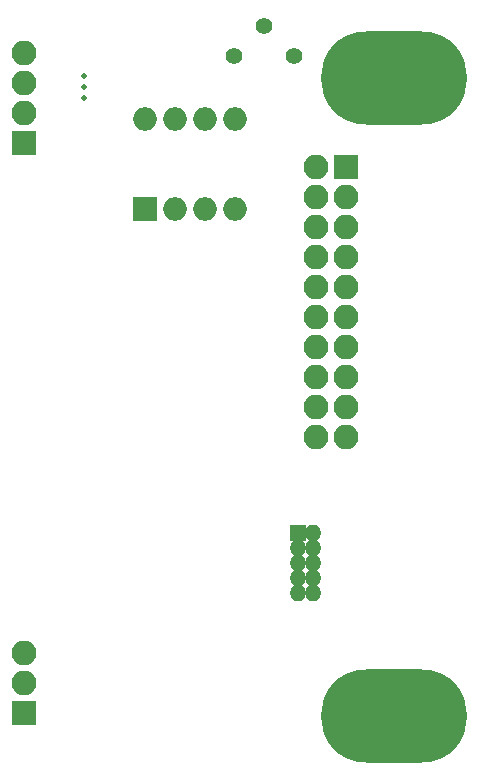
<source format=gbs>
G04 #@! TF.FileFunction,Soldermask,Bot*
%FSLAX46Y46*%
G04 Gerber Fmt 4.6, Leading zero omitted, Abs format (unit mm)*
G04 Created by KiCad (PCBNEW 4.0.7) date Saturday, May 19, 2018 'PMt' 08:52:02 PM*
%MOMM*%
%LPD*%
G01*
G04 APERTURE LIST*
%ADD10C,0.100000*%
%ADD11O,12.400000X7.900000*%
%ADD12R,2.100000X2.100000*%
%ADD13O,2.100000X2.100000*%
%ADD14C,1.400000*%
%ADD15C,0.480000*%
%ADD16R,1.400000X1.400000*%
%ADD17O,1.400000X1.400000*%
%ADD18R,2.000000X2.000000*%
%ADD19O,2.000000X2.000000*%
G04 APERTURE END LIST*
D10*
D11*
X265000000Y-114500000D03*
D12*
X261000000Y-68000000D03*
D13*
X258460000Y-68000000D03*
X261000000Y-70540000D03*
X258460000Y-70540000D03*
X261000000Y-73080000D03*
X258460000Y-73080000D03*
X261000000Y-75620000D03*
X258460000Y-75620000D03*
X261000000Y-78160000D03*
X258460000Y-78160000D03*
X261000000Y-80700000D03*
X258460000Y-80700000D03*
X261000000Y-83240000D03*
X258460000Y-83240000D03*
X261000000Y-85780000D03*
X258460000Y-85780000D03*
X261000000Y-88320000D03*
X258460000Y-88320000D03*
X261000000Y-90860000D03*
X258460000Y-90860000D03*
D12*
X233680000Y-114300000D03*
D13*
X233680000Y-111760000D03*
X233680000Y-109220000D03*
D14*
X254000000Y-56134000D03*
X251460000Y-58674000D03*
X256540000Y-58674000D03*
D15*
X238750000Y-61250000D03*
X238750000Y-62200000D03*
X238750000Y-60300000D03*
D16*
X256930000Y-99060000D03*
D17*
X258200000Y-99060000D03*
X256930000Y-100330000D03*
X258200000Y-100330000D03*
X256930000Y-101600000D03*
X258200000Y-101600000D03*
X256930000Y-102870000D03*
X258200000Y-102870000D03*
X256930000Y-104140000D03*
X258200000Y-104140000D03*
D12*
X233680000Y-66040000D03*
D13*
X233680000Y-63500000D03*
X233680000Y-60960000D03*
X233680000Y-58420000D03*
D18*
X243920000Y-71620000D03*
D19*
X251540000Y-64000000D03*
X246460000Y-71620000D03*
X249000000Y-64000000D03*
X249000000Y-71620000D03*
X246460000Y-64000000D03*
X251540000Y-71620000D03*
X243920000Y-64000000D03*
D11*
X265000000Y-60500000D03*
M02*

</source>
